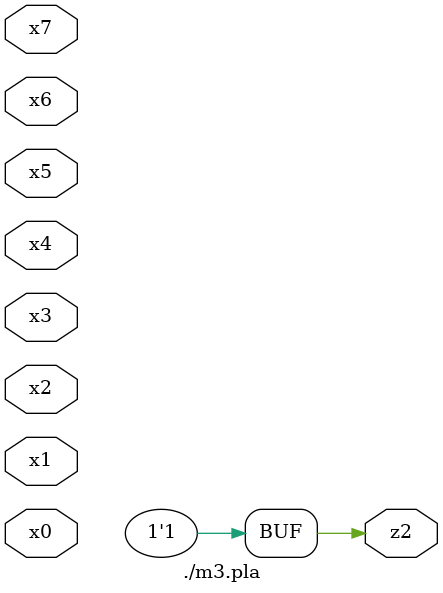
<source format=v>

module \./m3.pla  ( 
    x0, x1, x2, x3, x4, x5, x6, x7,
    z2  );
  input  x0, x1, x2, x3, x4, x5, x6, x7;
  output z2;
  assign z2 = 1'b1;
endmodule



</source>
